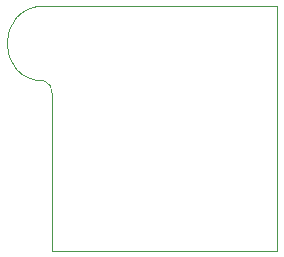
<source format=gm1>
%TF.GenerationSoftware,KiCad,Pcbnew,6.0.7-1.fc35*%
%TF.CreationDate,2022-08-25T19:39:04+02:00*%
%TF.ProjectId,NE555_OC,4e453535-355f-44f4-932e-6b696361645f,rev?*%
%TF.SameCoordinates,Original*%
%TF.FileFunction,Profile,NP*%
%FSLAX46Y46*%
G04 Gerber Fmt 4.6, Leading zero omitted, Abs format (unit mm)*
G04 Created by KiCad (PCBNEW 6.0.7-1.fc35) date 2022-08-25 19:39:04*
%MOMM*%
%LPD*%
G01*
G04 APERTURE LIST*
%TA.AperFunction,Profile*%
%ADD10C,0.050000*%
%TD*%
G04 APERTURE END LIST*
D10*
X66675000Y-97536000D02*
X66675000Y-76835000D01*
X46990000Y-76835000D02*
G75*
G03*
X46990000Y-83185000I0J-3175000D01*
G01*
X47625000Y-84201000D02*
X47625000Y-97536000D01*
X47625000Y-84201000D02*
G75*
G03*
X46990000Y-83185000I-973500J98000D01*
G01*
X46990000Y-76835000D02*
X66675000Y-76835000D01*
X47625000Y-97536000D02*
X66675000Y-97536000D01*
M02*

</source>
